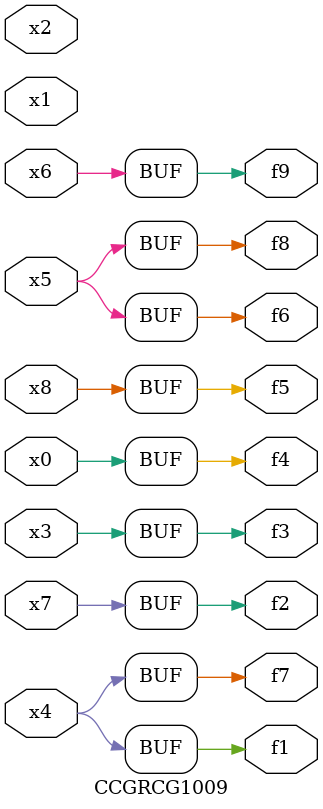
<source format=v>
module CCGRCG1009(
	input x0, x1, x2, x3, x4, x5, x6, x7, x8,
	output f1, f2, f3, f4, f5, f6, f7, f8, f9
);
	assign f1 = x4;
	assign f2 = x7;
	assign f3 = x3;
	assign f4 = x0;
	assign f5 = x8;
	assign f6 = x5;
	assign f7 = x4;
	assign f8 = x5;
	assign f9 = x6;
endmodule

</source>
